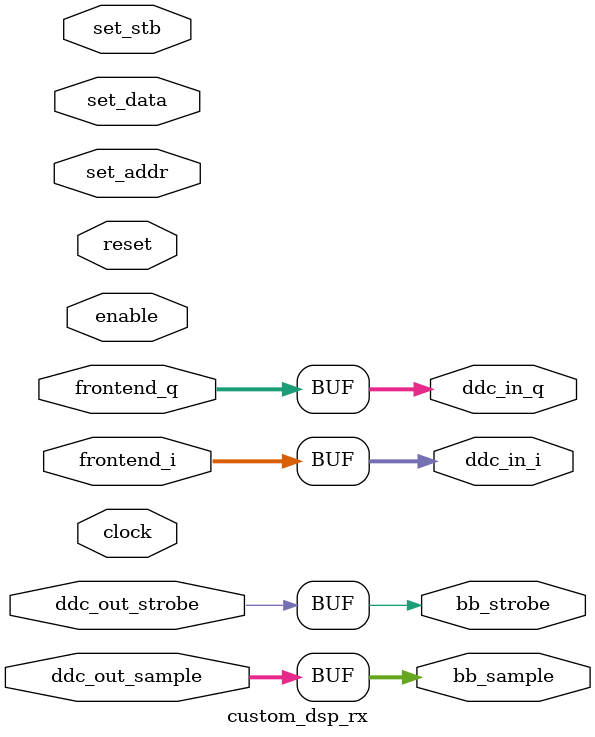
<source format=v>


//The following module effects the IO of the DDC chain.
//By default, this entire module is a simple pass-through.

//To implement DSP logic before the DDC:
//Implement custom DSP between frontend and ddc input.

//To implement DSP logic after the DDC:
//Implement custom DSP between ddc output and baseband.

//To bypass the DDC with custom logic:
//Implement custom DSP between frontend and baseband.

module custom_dsp_rx
#(
    //frontend bus width
    parameter WIDTH = 24
)
(
    //control signals
    input clock, input reset, input enable,

    //user settings bus, controlled through user setting regs API
    input set_stb, input [7:0] set_addr, input [31:0] set_data,

    //full rate inputs directly from the RX frontend
    input [WIDTH-1:0] frontend_i,
    input [WIDTH-1:0] frontend_q,

    //full rate outputs directly to the DDC chain
    output [WIDTH-1:0] ddc_in_i,
    output [WIDTH-1:0] ddc_in_q,

    //strobed samples {I16,Q16} from the RX DDC chain
    input [31:0] ddc_out_sample,
    input ddc_out_strobe, //high on valid sample

    //strobbed baseband samples {I16,Q16} from this module
    output [31:0] bb_sample,
    output bb_strobe //high on valid sample
);

    assign ddc_in_i = frontend_i;
    assign ddc_in_q = frontend_q;
    assign bb_sample = ddc_out_sample;
    assign bb_strobe = ddc_out_strobe;

endmodule //custom_dsp_rx

</source>
